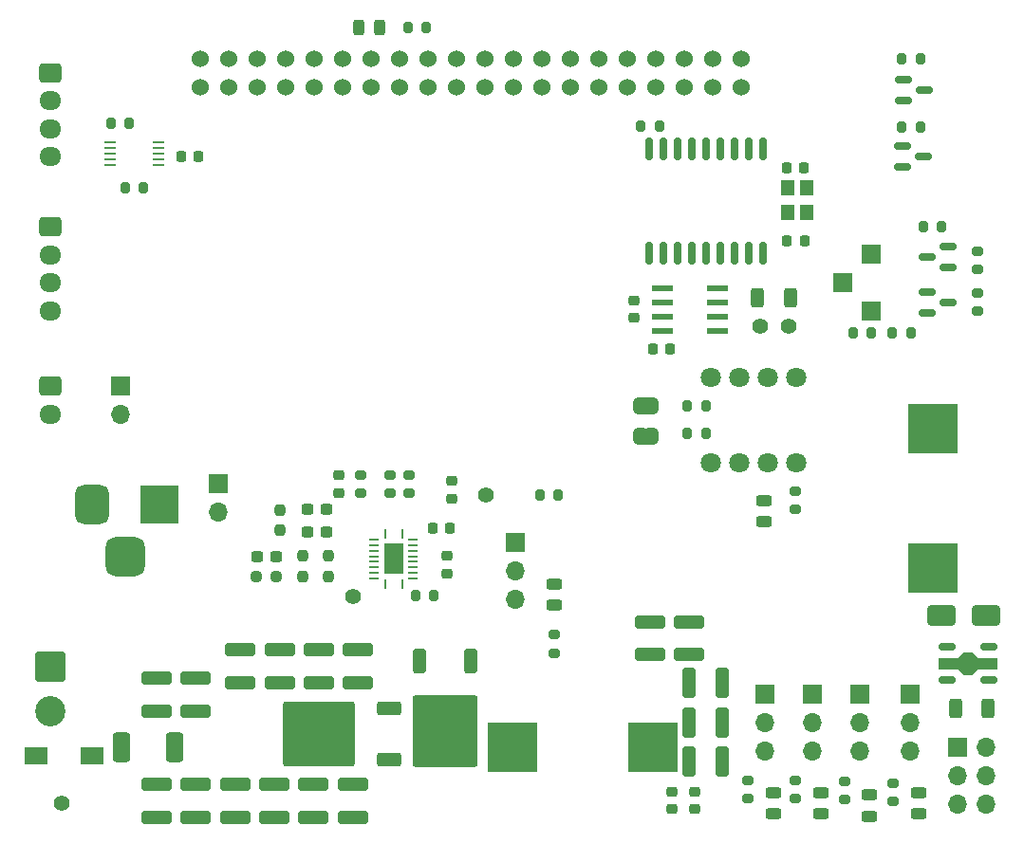
<source format=gbr>
%TF.GenerationSoftware,KiCad,Pcbnew,9.0.0*%
%TF.CreationDate,2025-05-22T12:59:40+09:00*%
%TF.ProjectId,control_unit,636f6e74-726f-46c5-9f75-6e69742e6b69,R1*%
%TF.SameCoordinates,Original*%
%TF.FileFunction,Soldermask,Top*%
%TF.FilePolarity,Negative*%
%FSLAX46Y46*%
G04 Gerber Fmt 4.6, Leading zero omitted, Abs format (unit mm)*
G04 Created by KiCad (PCBNEW 9.0.0) date 2025-05-22 12:59:40*
%MOMM*%
%LPD*%
G01*
G04 APERTURE LIST*
G04 Aperture macros list*
%AMRoundRect*
0 Rectangle with rounded corners*
0 $1 Rounding radius*
0 $2 $3 $4 $5 $6 $7 $8 $9 X,Y pos of 4 corners*
0 Add a 4 corners polygon primitive as box body*
4,1,4,$2,$3,$4,$5,$6,$7,$8,$9,$2,$3,0*
0 Add four circle primitives for the rounded corners*
1,1,$1+$1,$2,$3*
1,1,$1+$1,$4,$5*
1,1,$1+$1,$6,$7*
1,1,$1+$1,$8,$9*
0 Add four rect primitives between the rounded corners*
20,1,$1+$1,$2,$3,$4,$5,0*
20,1,$1+$1,$4,$5,$6,$7,0*
20,1,$1+$1,$6,$7,$8,$9,0*
20,1,$1+$1,$8,$9,$2,$3,0*%
%AMFreePoly0*
4,1,13,0.900000,0.500000,2.600000,0.500000,2.600000,-0.500000,0.900000,-0.500000,0.400000,-1.000000,-0.400000,-1.000000,-0.900000,-0.500000,-2.600000,-0.500000,-2.600000,0.500000,-0.900000,0.500000,-0.400000,1.000000,0.400000,1.000000,0.900000,0.500000,0.900000,0.500000,$1*%
%AMFreePoly1*
4,1,23,0.500000,-0.750000,0.000000,-0.750000,0.000000,-0.745722,-0.065263,-0.745722,-0.191342,-0.711940,-0.304381,-0.646677,-0.396677,-0.554381,-0.461940,-0.441342,-0.495722,-0.315263,-0.495722,-0.250000,-0.500000,-0.250000,-0.500000,0.250000,-0.495722,0.250000,-0.495722,0.315263,-0.461940,0.441342,-0.396677,0.554381,-0.304381,0.646677,-0.191342,0.711940,-0.065263,0.745722,0.000000,0.745722,
0.000000,0.750000,0.500000,0.750000,0.500000,-0.750000,0.500000,-0.750000,$1*%
%AMFreePoly2*
4,1,23,0.000000,0.745722,0.065263,0.745722,0.191342,0.711940,0.304381,0.646677,0.396677,0.554381,0.461940,0.441342,0.495722,0.315263,0.495722,0.250000,0.500000,0.250000,0.500000,-0.250000,0.495722,-0.250000,0.495722,-0.315263,0.461940,-0.441342,0.396677,-0.554381,0.304381,-0.646677,0.191342,-0.711940,0.065263,-0.745722,0.000000,-0.745722,0.000000,-0.750000,-0.500000,-0.750000,
-0.500000,0.750000,0.000000,0.750000,0.000000,0.745722,0.000000,0.745722,$1*%
G04 Aperture macros list end*
%ADD10RoundRect,0.200000X0.275000X-0.200000X0.275000X0.200000X-0.275000X0.200000X-0.275000X-0.200000X0*%
%ADD11R,4.500000X4.500000*%
%ADD12RoundRect,0.200000X-0.200000X-0.275000X0.200000X-0.275000X0.200000X0.275000X-0.200000X0.275000X0*%
%ADD13C,1.400000*%
%ADD14RoundRect,0.225000X-0.225000X-0.250000X0.225000X-0.250000X0.225000X0.250000X-0.225000X0.250000X0*%
%ADD15R,1.800000X1.800000*%
%ADD16C,1.800000*%
%ADD17R,1.700000X1.700000*%
%ADD18O,1.700000X1.700000*%
%ADD19RoundRect,0.200000X-0.275000X0.200000X-0.275000X-0.200000X0.275000X-0.200000X0.275000X0.200000X0*%
%ADD20RoundRect,0.243750X-0.456250X0.243750X-0.456250X-0.243750X0.456250X-0.243750X0.456250X0.243750X0*%
%ADD21RoundRect,0.237500X-0.237500X0.250000X-0.237500X-0.250000X0.237500X-0.250000X0.237500X0.250000X0*%
%ADD22RoundRect,0.250000X-1.100000X0.325000X-1.100000X-0.325000X1.100000X-0.325000X1.100000X0.325000X0*%
%ADD23C,1.524000*%
%ADD24RoundRect,0.225000X0.250000X-0.225000X0.250000X0.225000X-0.250000X0.225000X-0.250000X-0.225000X0*%
%ADD25RoundRect,0.150000X0.150000X-0.875000X0.150000X0.875000X-0.150000X0.875000X-0.150000X-0.875000X0*%
%ADD26RoundRect,0.250000X0.850000X0.350000X-0.850000X0.350000X-0.850000X-0.350000X0.850000X-0.350000X0*%
%ADD27RoundRect,0.249997X2.950003X2.650003X-2.950003X2.650003X-2.950003X-2.650003X2.950003X-2.650003X0*%
%ADD28R,1.200000X1.400000*%
%ADD29RoundRect,0.243750X0.456250X-0.243750X0.456250X0.243750X-0.456250X0.243750X-0.456250X-0.243750X0*%
%ADD30RoundRect,0.175000X0.575000X0.175000X-0.575000X0.175000X-0.575000X-0.175000X0.575000X-0.175000X0*%
%ADD31FreePoly0,180.000000*%
%ADD32R,3.500000X3.500000*%
%ADD33RoundRect,0.750000X-0.750000X-1.000000X0.750000X-1.000000X0.750000X1.000000X-0.750000X1.000000X0*%
%ADD34RoundRect,0.875000X-0.875000X-0.875000X0.875000X-0.875000X0.875000X0.875000X-0.875000X0.875000X0*%
%ADD35RoundRect,0.225000X0.225000X0.250000X-0.225000X0.250000X-0.225000X-0.250000X0.225000X-0.250000X0*%
%ADD36FreePoly1,0.000000*%
%ADD37FreePoly2,0.000000*%
%ADD38RoundRect,0.237500X0.237500X-0.250000X0.237500X0.250000X-0.237500X0.250000X-0.237500X-0.250000X0*%
%ADD39RoundRect,0.250000X1.100000X-0.325000X1.100000X0.325000X-1.100000X0.325000X-1.100000X-0.325000X0*%
%ADD40RoundRect,0.200000X0.200000X0.275000X-0.200000X0.275000X-0.200000X-0.275000X0.200000X-0.275000X0*%
%ADD41RoundRect,0.250000X-0.325000X-1.100000X0.325000X-1.100000X0.325000X1.100000X-0.325000X1.100000X0*%
%ADD42RoundRect,0.250000X-0.312500X-0.625000X0.312500X-0.625000X0.312500X0.625000X-0.312500X0.625000X0*%
%ADD43R,0.280000X0.850000*%
%ADD44R,0.850000X0.280000*%
%ADD45R,1.700000X2.700000*%
%ADD46RoundRect,0.237500X-0.250000X-0.237500X0.250000X-0.237500X0.250000X0.237500X-0.250000X0.237500X0*%
%ADD47RoundRect,0.237500X-0.300000X-0.237500X0.300000X-0.237500X0.300000X0.237500X-0.300000X0.237500X0*%
%ADD48RoundRect,0.225000X-0.250000X0.225000X-0.250000X-0.225000X0.250000X-0.225000X0.250000X0.225000X0*%
%ADD49RoundRect,0.249999X-0.512501X-1.075001X0.512501X-1.075001X0.512501X1.075001X-0.512501X1.075001X0*%
%ADD50R,1.100000X0.250000*%
%ADD51RoundRect,0.250000X-0.350000X0.850000X-0.350000X-0.850000X0.350000X-0.850000X0.350000X0.850000X0*%
%ADD52RoundRect,0.249997X-2.650003X2.950003X-2.650003X-2.950003X2.650003X-2.950003X2.650003X2.950003X0*%
%ADD53RoundRect,0.150000X0.587500X0.150000X-0.587500X0.150000X-0.587500X-0.150000X0.587500X-0.150000X0*%
%ADD54RoundRect,0.150000X-0.587500X-0.150000X0.587500X-0.150000X0.587500X0.150000X-0.587500X0.150000X0*%
%ADD55R,2.062500X1.539000*%
%ADD56RoundRect,0.243750X-0.243750X-0.456250X0.243750X-0.456250X0.243750X0.456250X-0.243750X0.456250X0*%
%ADD57RoundRect,0.250000X-1.000000X-0.650000X1.000000X-0.650000X1.000000X0.650000X-1.000000X0.650000X0*%
%ADD58R,1.981200X0.558800*%
%ADD59RoundRect,0.250000X-0.725000X0.600000X-0.725000X-0.600000X0.725000X-0.600000X0.725000X0.600000X0*%
%ADD60O,1.950000X1.700000*%
%ADD61RoundRect,0.250001X-1.099999X1.099999X-1.099999X-1.099999X1.099999X-1.099999X1.099999X1.099999X0*%
%ADD62C,2.700000*%
G04 APERTURE END LIST*
%TO.C,JP2*%
G36*
X138550995Y-100349005D02*
G01*
X138850995Y-100349005D01*
X138850995Y-101849005D01*
X138550995Y-101849005D01*
X138550995Y-100349005D01*
G37*
%TO.C,JP3*%
G36*
X138550995Y-97599005D02*
G01*
X138850995Y-97599005D01*
X138850995Y-99099005D01*
X138550995Y-99099005D01*
X138550995Y-97599005D01*
G37*
%TD*%
D10*
%TO.C,Ruv2*%
X115829995Y-106174005D03*
X115829995Y-104524005D03*
%TD*%
D11*
%TO.C,L3*%
X164250000Y-100349005D03*
X164250000Y-112849005D03*
%TD*%
D12*
%TO.C,Rilim1*%
X118107495Y-115298005D03*
X119757495Y-115298005D03*
%TD*%
D13*
%TO.C,TP2*%
X86525995Y-133849005D03*
%TD*%
D14*
%TO.C,C1*%
X97225995Y-76099005D03*
X98775995Y-76099005D03*
%TD*%
D13*
%TO.C,JP1*%
X148852195Y-91234005D03*
X151392195Y-91234005D03*
%TD*%
D15*
%TO.C,R11*%
X158775995Y-89849005D03*
X156235995Y-87309005D03*
X158775995Y-84769005D03*
%TD*%
D16*
%TO.C,U15*%
X152085995Y-95789005D03*
X149545995Y-95789005D03*
X147005995Y-95789005D03*
X144465995Y-95789005D03*
X144465995Y-103409005D03*
X147005995Y-103409005D03*
X149545995Y-103409005D03*
X152085995Y-103409005D03*
%TD*%
D17*
%TO.C,J7*%
X157775995Y-124074005D03*
D18*
X157775995Y-126614005D03*
X157775995Y-129154005D03*
%TD*%
D19*
%TO.C,R5*%
X160775995Y-132024005D03*
X160775995Y-133674005D03*
%TD*%
D20*
%TO.C,LED_BNO1*%
X149250000Y-106812500D03*
X149250000Y-108687500D03*
%TD*%
D17*
%TO.C,M2*%
X100525995Y-105324005D03*
D18*
X100525995Y-107864005D03*
%TD*%
D19*
%TO.C,Rt1*%
X113275995Y-104524005D03*
X113275995Y-106174005D03*
%TD*%
D21*
%TO.C,Rc1*%
X106079995Y-107660505D03*
X106079995Y-109485505D03*
%TD*%
D22*
%TO.C,Cin9*%
X102025995Y-132124005D03*
X102025995Y-135074005D03*
%TD*%
D23*
%TO.C,U2*%
X98895995Y-69869005D03*
X98895995Y-67329005D03*
X101435995Y-69869005D03*
X101435995Y-67329005D03*
X103975995Y-69869005D03*
X103975995Y-67329005D03*
X106515995Y-69869005D03*
X106515995Y-67329005D03*
X109055995Y-69869005D03*
X109055995Y-67329005D03*
X111595995Y-69869005D03*
X111595995Y-67329005D03*
X114135995Y-69869005D03*
X114135995Y-67329005D03*
X116675995Y-69869005D03*
X116675995Y-67329005D03*
X119215995Y-69869005D03*
X119215995Y-67329005D03*
X121755995Y-69869005D03*
X121755995Y-67329005D03*
X124295995Y-69869005D03*
X124295995Y-67329005D03*
X126835995Y-69869005D03*
X126835995Y-67329005D03*
X129375995Y-69869005D03*
X129375995Y-67329005D03*
X131915995Y-69869005D03*
X131915995Y-67329005D03*
X134455995Y-69869005D03*
X134455995Y-67329005D03*
X136995995Y-69869005D03*
X136995995Y-67329005D03*
X139535995Y-69869005D03*
X139535995Y-67329005D03*
X142075995Y-69869005D03*
X142075995Y-67329005D03*
X144615995Y-69869005D03*
X144615995Y-67329005D03*
X147155995Y-69869005D03*
X147155995Y-67329005D03*
%TD*%
D21*
%TO.C,Rfb1*%
X108079995Y-111748005D03*
X108079995Y-113573005D03*
%TD*%
D24*
%TO.C,Cout1*%
X141025995Y-134374005D03*
X141025995Y-132824005D03*
%TD*%
D19*
%TO.C,R4*%
X156425995Y-131874005D03*
X156425995Y-133524005D03*
%TD*%
D25*
%TO.C,U14*%
X138985995Y-84749005D03*
X140255995Y-84749005D03*
X141525995Y-84749005D03*
X142795995Y-84749005D03*
X144065995Y-84749005D03*
X145335995Y-84749005D03*
X146605995Y-84749005D03*
X147875995Y-84749005D03*
X149145995Y-84749005D03*
X149145995Y-75449005D03*
X147875995Y-75449005D03*
X146605995Y-75449005D03*
X145335995Y-75449005D03*
X144065995Y-75449005D03*
X142795995Y-75449005D03*
X141525995Y-75449005D03*
X140255995Y-75449005D03*
X138985995Y-75449005D03*
%TD*%
D26*
%TO.C,Q1*%
X115775995Y-129909005D03*
D27*
X109475995Y-127629005D03*
D26*
X115775995Y-125349005D03*
%TD*%
D12*
%TO.C,R18*%
X161513495Y-67399005D03*
X163163495Y-67399005D03*
%TD*%
D28*
%TO.C,X1*%
X153065995Y-81099005D03*
X153065995Y-78899005D03*
X151315995Y-78899005D03*
X151315995Y-81099005D03*
%TD*%
D29*
%TO.C,LED_ESC_2*%
X154275995Y-134786505D03*
X154275995Y-132911505D03*
%TD*%
D30*
%TO.C,U1*%
X169275995Y-122849005D03*
D31*
X167425995Y-121349005D03*
D30*
X169275995Y-119849005D03*
X165575995Y-119849005D03*
X165575995Y-122849005D03*
%TD*%
D32*
%TO.C,J9*%
X95250000Y-107141505D03*
D33*
X89250000Y-107141505D03*
D34*
X92250000Y-111841505D03*
%TD*%
D35*
%TO.C,Cbst1*%
X121207495Y-109273005D03*
X119657495Y-109273005D03*
%TD*%
D36*
%TO.C,JP2*%
X138050995Y-101099005D03*
D37*
X139350995Y-101099005D03*
%TD*%
D38*
%TO.C,Rfb2*%
X110329995Y-113573005D03*
X110329995Y-111748005D03*
%TD*%
D39*
%TO.C,Cout7*%
X142525995Y-120574005D03*
X142525995Y-117624005D03*
%TD*%
D36*
%TO.C,JP3*%
X138050995Y-98349005D03*
D37*
X139350995Y-98349005D03*
%TD*%
D17*
%TO.C,J5*%
X149275995Y-124059005D03*
D18*
X149275995Y-126599005D03*
X149275995Y-129139005D03*
%TD*%
D22*
%TO.C,Cin11*%
X109025995Y-132124005D03*
X109025995Y-135074005D03*
%TD*%
D35*
%TO.C,C2*%
X152800995Y-77099005D03*
X151250995Y-77099005D03*
%TD*%
D40*
%TO.C,R14*%
X119100995Y-64599005D03*
X117450995Y-64599005D03*
%TD*%
D41*
%TO.C,Cout3*%
X142550995Y-130099005D03*
X145500995Y-130099005D03*
%TD*%
D42*
%TO.C,R_CAN1*%
X148639695Y-88734005D03*
X151564695Y-88734005D03*
%TD*%
D43*
%TO.C,U5*%
X115432495Y-109773005D03*
D44*
X114434495Y-110274505D03*
X114434495Y-110774505D03*
X114434495Y-111274505D03*
X114434495Y-111774505D03*
X114434495Y-112274505D03*
X114434495Y-112774505D03*
X114434495Y-113274505D03*
X114434495Y-113774505D03*
D43*
X115432495Y-114273005D03*
X116932495Y-114273005D03*
D44*
X117934495Y-113774505D03*
X117934495Y-113274505D03*
X117932495Y-112773005D03*
X117932495Y-112273005D03*
X117932495Y-111773005D03*
X117932495Y-111273005D03*
X117932495Y-110773005D03*
X117932495Y-110273005D03*
D43*
X116934495Y-109773005D03*
D45*
X116182495Y-112023005D03*
%TD*%
D46*
%TO.C,Rc2*%
X103917495Y-113599005D03*
X105742495Y-113599005D03*
%TD*%
D47*
%TO.C,Cc2*%
X108467495Y-109573005D03*
X110192495Y-109573005D03*
%TD*%
D17*
%TO.C,J8*%
X162275995Y-124059005D03*
D18*
X162275995Y-126599005D03*
X162275995Y-129139005D03*
%TD*%
D48*
%TO.C,C5*%
X137602195Y-88959005D03*
X137602195Y-90509005D03*
%TD*%
D17*
%TO.C,J1*%
X166500995Y-128824005D03*
D18*
X169040995Y-128824005D03*
X166500995Y-131364005D03*
X169040995Y-131364005D03*
X166500995Y-133904005D03*
X169040995Y-133904005D03*
%TD*%
D39*
%TO.C,Cin6*%
X113025995Y-123074005D03*
X113025995Y-120124005D03*
%TD*%
%TO.C,Cout6*%
X139025995Y-120574005D03*
X139025995Y-117624005D03*
%TD*%
D49*
%TO.C,R1*%
X91938495Y-128849005D03*
X96613495Y-128849005D03*
%TD*%
D14*
%TO.C,C4*%
X139290995Y-93250000D03*
X140840995Y-93250000D03*
%TD*%
D19*
%TO.C,Ruv1*%
X117579995Y-104524005D03*
X117579995Y-106174005D03*
%TD*%
D17*
%TO.C,CAN2*%
X91775995Y-96599005D03*
D18*
X91775995Y-99139005D03*
%TD*%
D12*
%TO.C,R21*%
X161513495Y-73449005D03*
X163163495Y-73449005D03*
%TD*%
%TO.C,R6*%
X90950995Y-73099005D03*
X92600995Y-73099005D03*
%TD*%
%TO.C,Rpg1*%
X129200995Y-106299005D03*
X130850995Y-106299005D03*
%TD*%
%TO.C,R12*%
X157180995Y-91809005D03*
X158830995Y-91809005D03*
%TD*%
D17*
%TO.C,J6*%
X153525995Y-124059005D03*
D18*
X153525995Y-126599005D03*
X153525995Y-129139005D03*
%TD*%
D10*
%TO.C,R20*%
X168300995Y-89924005D03*
X168300995Y-88274005D03*
%TD*%
D39*
%TO.C,Cin1*%
X95025995Y-125574005D03*
X95025995Y-122624005D03*
%TD*%
D40*
%TO.C,R9*%
X144025995Y-98349005D03*
X142375995Y-98349005D03*
%TD*%
D50*
%TO.C,U4*%
X90875995Y-74849005D03*
X90875995Y-75349005D03*
X90875995Y-75849005D03*
X90875995Y-76349005D03*
X90875995Y-76849005D03*
X95175995Y-76849005D03*
X95175995Y-76349005D03*
X95175995Y-75849005D03*
X95175995Y-75349005D03*
X95175995Y-74849005D03*
%TD*%
D39*
%TO.C,Cin5*%
X109525995Y-123074005D03*
X109525995Y-120124005D03*
%TD*%
%TO.C,Cin3*%
X102525995Y-123074005D03*
X102525995Y-120124005D03*
%TD*%
D13*
%TO.C,TP1*%
X124425995Y-106299005D03*
%TD*%
D29*
%TO.C,LED_ESC_1*%
X150025995Y-134786505D03*
X150025995Y-132911505D03*
%TD*%
D41*
%TO.C,Cout4*%
X142550995Y-126599005D03*
X145500995Y-126599005D03*
%TD*%
D39*
%TO.C,Cin2*%
X98525995Y-125574005D03*
X98525995Y-122624005D03*
%TD*%
D20*
%TO.C,LED2*%
X130525995Y-114261505D03*
X130525995Y-116136505D03*
%TD*%
D51*
%TO.C,Q2*%
X123085995Y-121099005D03*
D52*
X120805995Y-127399005D03*
D51*
X118525995Y-121099005D03*
%TD*%
D53*
%TO.C,Q4*%
X165630995Y-86009005D03*
X165630995Y-84109005D03*
X163755995Y-85059005D03*
%TD*%
D48*
%TO.C,Css1*%
X111275995Y-104574005D03*
X111275995Y-106124005D03*
%TD*%
D19*
%TO.C,R3*%
X152025995Y-131774005D03*
X152025995Y-133424005D03*
%TD*%
D54*
%TO.C,Q8*%
X161588495Y-75149005D03*
X161588495Y-77049005D03*
X163463495Y-76099005D03*
%TD*%
D14*
%TO.C,C3*%
X151290995Y-83599005D03*
X152840995Y-83599005D03*
%TD*%
D55*
%TO.C,D2*%
X84272495Y-129599005D03*
X89279495Y-129599005D03*
%TD*%
D41*
%TO.C,Cout5*%
X142550995Y-123099005D03*
X145500995Y-123099005D03*
%TD*%
D24*
%TO.C,Cvin1*%
X121329995Y-106623005D03*
X121329995Y-105073005D03*
%TD*%
D19*
%TO.C,R15*%
X152025995Y-105949005D03*
X152025995Y-107599005D03*
%TD*%
D10*
%TO.C,R16*%
X130525995Y-120424005D03*
X130525995Y-118774005D03*
%TD*%
D24*
%TO.C,Cout2*%
X143025995Y-134374005D03*
X143025995Y-132824005D03*
%TD*%
D40*
%TO.C,R_reset1*%
X139890995Y-73349005D03*
X138240995Y-73349005D03*
%TD*%
D12*
%TO.C,R17*%
X160680995Y-91809005D03*
X162330995Y-91809005D03*
%TD*%
D47*
%TO.C,Cc1*%
X108467495Y-107573005D03*
X110192495Y-107573005D03*
%TD*%
D56*
%TO.C,LED1*%
X113088495Y-64599005D03*
X114963495Y-64599005D03*
%TD*%
D10*
%TO.C,R19*%
X168275995Y-86174005D03*
X168275995Y-84524005D03*
%TD*%
D22*
%TO.C,Cin12*%
X112525995Y-132124005D03*
X112525995Y-135074005D03*
%TD*%
D29*
%TO.C,LED_ESC_4*%
X163025995Y-134786505D03*
X163025995Y-132911505D03*
%TD*%
D22*
%TO.C,Cin10*%
X105525995Y-132124005D03*
X105525995Y-135074005D03*
%TD*%
%TO.C,Cin8*%
X98525995Y-132124005D03*
X98525995Y-135074005D03*
%TD*%
D54*
%TO.C,Q3*%
X163755995Y-88159005D03*
X163755995Y-90059005D03*
X165630995Y-89109005D03*
%TD*%
D42*
%TO.C,R10*%
X166313495Y-125349005D03*
X169238495Y-125349005D03*
%TD*%
D40*
%TO.C,R7*%
X93850995Y-78849005D03*
X92200995Y-78849005D03*
%TD*%
D19*
%TO.C,R2*%
X147775995Y-131774005D03*
X147775995Y-133424005D03*
%TD*%
D17*
%TO.C,M1*%
X127025995Y-110559005D03*
D18*
X127025995Y-113099005D03*
X127025995Y-115639005D03*
%TD*%
D57*
%TO.C,D8*%
X165025995Y-117099005D03*
X169025995Y-117099005D03*
%TD*%
D47*
%TO.C,Cc3*%
X103967495Y-111823005D03*
X105692495Y-111823005D03*
%TD*%
D24*
%TO.C,Cvcc1*%
X120932495Y-113298005D03*
X120932495Y-111748005D03*
%TD*%
D54*
%TO.C,Q7*%
X161650995Y-69199005D03*
X161650995Y-71099005D03*
X163525995Y-70149005D03*
%TD*%
D40*
%TO.C,R8*%
X144025995Y-100849005D03*
X142375995Y-100849005D03*
%TD*%
D58*
%TO.C,U3*%
X140138395Y-87829005D03*
X140138395Y-89099005D03*
X140138395Y-90369005D03*
X140138395Y-91639005D03*
X145065995Y-91639005D03*
X145065995Y-90369005D03*
X145065995Y-89099005D03*
X145065995Y-87829005D03*
%TD*%
D11*
%TO.C,L2*%
X126775995Y-128849005D03*
X139275995Y-128849005D03*
%TD*%
D39*
%TO.C,Cin4*%
X106025995Y-123074005D03*
X106025995Y-120124005D03*
%TD*%
D12*
%TO.C,R13*%
X163430995Y-82309005D03*
X165080995Y-82309005D03*
%TD*%
D29*
%TO.C,LED_ESC_3*%
X158625995Y-134974005D03*
X158625995Y-133099005D03*
%TD*%
D13*
%TO.C,TP4*%
X112525995Y-115349005D03*
%TD*%
D22*
%TO.C,Cin7*%
X95025995Y-132149005D03*
X95025995Y-135099005D03*
%TD*%
D59*
%TO.C,J4*%
X85525995Y-82349005D03*
D60*
X85525995Y-84849005D03*
X85525995Y-87349005D03*
X85525995Y-89849005D03*
%TD*%
D59*
%TO.C,CAN1*%
X85525995Y-96599005D03*
D60*
X85525995Y-99099005D03*
%TD*%
D61*
%TO.C,J2*%
X85525995Y-121639005D03*
D62*
X85525995Y-125599005D03*
%TD*%
D59*
%TO.C,Analog_IN1*%
X85525995Y-68599005D03*
D60*
X85525995Y-71099005D03*
X85525995Y-73599005D03*
X85525995Y-76099005D03*
%TD*%
M02*

</source>
